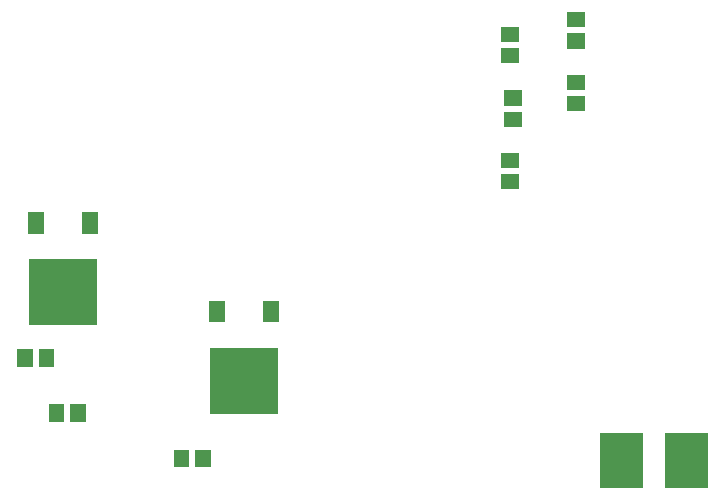
<source format=gbr>
G04 start of page 13 for group -4014 idx -4014 *
G04 Title: RspPiPS, bottompaste *
G04 Creator: pcb 4.0.2 *
G04 CreationDate: Thu Dec 16 04:25:21 2021 UTC *
G04 For: austin *
G04 Format: Gerber/RS-274X *
G04 PCB-Dimensions (mil): 10000.00 10000.00 *
G04 PCB-Coordinate-Origin: lower left *
%MOIN*%
%FSLAX25Y25*%
%LNBOTTOMPASTE*%
%ADD114C,0.0001*%
G54D114*G36*
X225236Y635506D02*X220118D01*
Y629602D01*
X225236D01*
Y635506D01*
G37*
G36*
X232322D02*X227204D01*
Y629602D01*
X232322D01*
Y635506D01*
G37*
G36*
X242882Y616999D02*X237764D01*
Y611095D01*
X242882D01*
Y616999D01*
G37*
G36*
X235796D02*X230678D01*
Y611095D01*
X235796D01*
Y616999D01*
G37*
G36*
X284602Y601952D02*X279484D01*
Y596048D01*
X284602D01*
Y601952D01*
G37*
G36*
X277516D02*X272398D01*
Y596048D01*
X277516D01*
Y601952D01*
G37*
G36*
X229033Y681031D02*X223833D01*
Y673831D01*
X229033D01*
Y681031D01*
G37*
G36*
X247033D02*X241833D01*
Y673831D01*
X247033D01*
Y681031D01*
G37*
G36*
X224183Y665331D02*Y643331D01*
X246683D01*
Y665331D01*
X224183D01*
G37*
G36*
X289269Y651627D02*X284069D01*
Y644427D01*
X289269D01*
Y651627D01*
G37*
G36*
X307269D02*X302069D01*
Y644427D01*
X307269D01*
Y651627D01*
G37*
G36*
X284419Y635927D02*Y613927D01*
X306919D01*
Y635927D01*
X284419D01*
G37*
G36*
X381286Y735886D02*Y730768D01*
X387190D01*
Y735886D01*
X381286D01*
G37*
G36*
Y742972D02*Y737854D01*
X387190D01*
Y742972D01*
X381286D01*
G37*
G36*
X382467Y714626D02*Y709508D01*
X388371D01*
Y714626D01*
X382467D01*
G37*
G36*
Y721712D02*Y716594D01*
X388371D01*
Y721712D01*
X382467D01*
G37*
G36*
X381286Y693760D02*Y688642D01*
X387190D01*
Y693760D01*
X381286D01*
G37*
G36*
Y700846D02*Y695728D01*
X387190D01*
Y700846D01*
X381286D01*
G37*
G36*
X403347Y740748D02*Y735630D01*
X409251D01*
Y740748D01*
X403347D01*
G37*
G36*
Y747834D02*Y742716D01*
X409251D01*
Y747834D01*
X403347D01*
G37*
G36*
Y719882D02*Y714764D01*
X409251D01*
Y719882D01*
X403347D01*
G37*
G36*
Y726968D02*Y721850D01*
X409251D01*
Y726968D01*
X403347D01*
G37*
G36*
X428686Y607616D02*X414186D01*
Y589116D01*
X428686D01*
Y607616D01*
G37*
G36*
X450486D02*X435986D01*
Y589116D01*
X450486D01*
Y607616D01*
G37*
M02*

</source>
